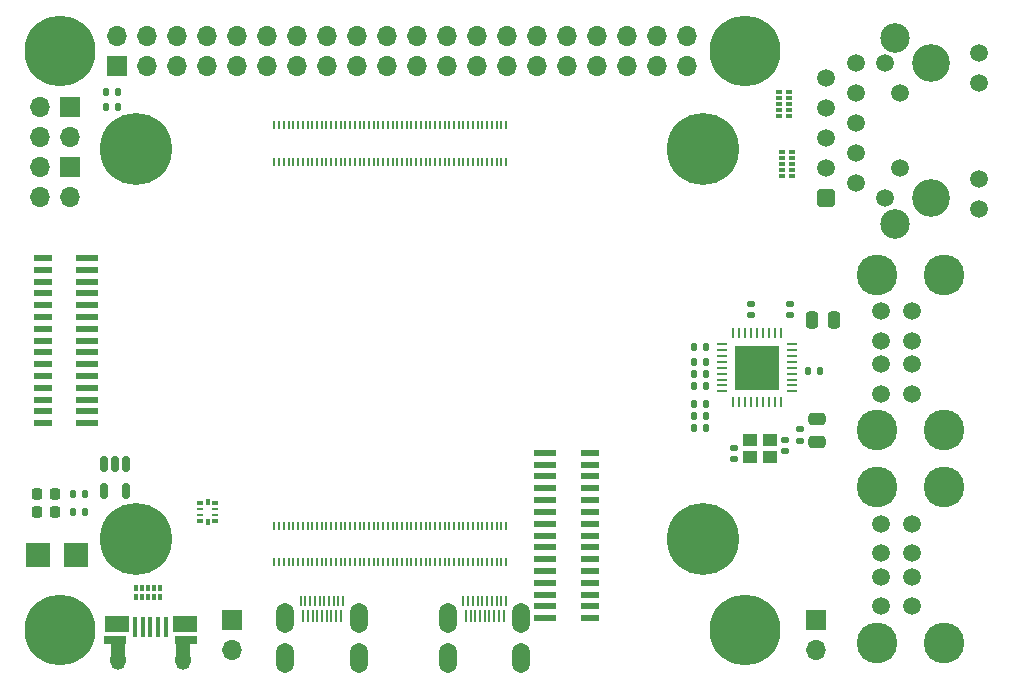
<source format=gts>
G04 #@! TF.GenerationSoftware,KiCad,Pcbnew,(6.0.2-0)*
G04 #@! TF.CreationDate,2022-04-26T16:32:33-05:00*
G04 #@! TF.ProjectId,Pi2CM4,50693243-4d34-42e6-9b69-6361645f7063,rev?*
G04 #@! TF.SameCoordinates,Original*
G04 #@! TF.FileFunction,Soldermask,Top*
G04 #@! TF.FilePolarity,Negative*
%FSLAX46Y46*%
G04 Gerber Fmt 4.6, Leading zero omitted, Abs format (unit mm)*
G04 Created by KiCad (PCBNEW (6.0.2-0)) date 2022-04-26 16:32:33*
%MOMM*%
%LPD*%
G01*
G04 APERTURE LIST*
G04 Aperture macros list*
%AMRoundRect*
0 Rectangle with rounded corners*
0 $1 Rounding radius*
0 $2 $3 $4 $5 $6 $7 $8 $9 X,Y pos of 4 corners*
0 Add a 4 corners polygon primitive as box body*
4,1,4,$2,$3,$4,$5,$6,$7,$8,$9,$2,$3,0*
0 Add four circle primitives for the rounded corners*
1,1,$1+$1,$2,$3*
1,1,$1+$1,$4,$5*
1,1,$1+$1,$6,$7*
1,1,$1+$1,$8,$9*
0 Add four rect primitives between the rounded corners*
20,1,$1+$1,$2,$3,$4,$5,0*
20,1,$1+$1,$4,$5,$6,$7,0*
20,1,$1+$1,$6,$7,$8,$9,0*
20,1,$1+$1,$8,$9,$2,$3,0*%
G04 Aperture macros list end*
%ADD10RoundRect,0.150000X-0.150000X0.512500X-0.150000X-0.512500X0.150000X-0.512500X0.150000X0.512500X0*%
%ADD11RoundRect,0.135000X0.185000X-0.135000X0.185000X0.135000X-0.185000X0.135000X-0.185000X-0.135000X0*%
%ADD12R,1.850000X0.600000*%
%ADD13R,1.650000X0.600000*%
%ADD14RoundRect,0.135000X-0.135000X-0.185000X0.135000X-0.185000X0.135000X0.185000X-0.135000X0.185000X0*%
%ADD15RoundRect,0.140000X0.170000X-0.140000X0.170000X0.140000X-0.170000X0.140000X-0.170000X-0.140000X0*%
%ADD16R,0.230000X0.850000*%
%ADD17R,0.230000X1.000000*%
%ADD18O,1.500000X2.550000*%
%ADD19RoundRect,0.140000X0.140000X0.170000X-0.140000X0.170000X-0.140000X-0.170000X0.140000X-0.170000X0*%
%ADD20RoundRect,0.135000X0.135000X0.185000X-0.135000X0.185000X-0.135000X-0.185000X0.135000X-0.185000X0*%
%ADD21R,0.575000X0.300000*%
%ADD22R,0.575000X0.250000*%
%ADD23R,0.350000X0.630000*%
%ADD24R,2.000000X2.000000*%
%ADD25C,6.000000*%
%ADD26C,3.200000*%
%ADD27RoundRect,0.250500X0.499500X-0.499500X0.499500X0.499500X-0.499500X0.499500X-0.499500X-0.499500X0*%
%ADD28C,1.500000*%
%ADD29C,2.500000*%
%ADD30R,0.300000X0.550000*%
%ADD31R,0.400000X0.550000*%
%ADD32R,1.150000X1.000000*%
%ADD33R,0.550000X0.300000*%
%ADD34R,0.550000X0.400000*%
%ADD35C,3.450000*%
%ADD36RoundRect,0.140000X-0.140000X-0.170000X0.140000X-0.170000X0.140000X0.170000X-0.140000X0.170000X0*%
%ADD37R,1.700000X1.700000*%
%ADD38O,1.700000X1.700000*%
%ADD39C,6.100000*%
%ADD40R,0.200000X0.700000*%
%ADD41RoundRect,0.250000X-0.475000X0.250000X-0.475000X-0.250000X0.475000X-0.250000X0.475000X0.250000X0*%
%ADD42RoundRect,0.218750X0.218750X0.256250X-0.218750X0.256250X-0.218750X-0.256250X0.218750X-0.256250X0*%
%ADD43R,0.400000X1.750000*%
%ADD44R,2.000000X1.400000*%
%ADD45O,1.300000X1.700000*%
%ADD46O,1.000000X1.400000*%
%ADD47R,1.300000X2.000000*%
%ADD48R,1.825000X0.700000*%
%ADD49RoundRect,0.062500X0.350000X0.062500X-0.350000X0.062500X-0.350000X-0.062500X0.350000X-0.062500X0*%
%ADD50RoundRect,0.062500X0.062500X0.350000X-0.062500X0.350000X-0.062500X-0.350000X0.062500X-0.350000X0*%
%ADD51R,3.700000X3.700000*%
%ADD52RoundRect,0.140000X-0.170000X0.140000X-0.170000X-0.140000X0.170000X-0.140000X0.170000X0.140000X0*%
%ADD53RoundRect,0.250000X-0.250000X-0.475000X0.250000X-0.475000X0.250000X0.475000X-0.250000X0.475000X0*%
G04 APERTURE END LIST*
D10*
X29144000Y-58425500D03*
X28194000Y-58425500D03*
X27244000Y-58425500D03*
X27244000Y-60700500D03*
X29144000Y-60700500D03*
D11*
X86233000Y-56517000D03*
X86233000Y-55497000D03*
D12*
X25859994Y-40999994D03*
X25859994Y-41999994D03*
X25859994Y-42999994D03*
X25859994Y-43999994D03*
X25859994Y-44999994D03*
X25859994Y-45999994D03*
X25859994Y-46999994D03*
X25859994Y-47999994D03*
X25859994Y-48999994D03*
X25859994Y-49999994D03*
X25859994Y-50999994D03*
X25859994Y-51999994D03*
X25859994Y-52999994D03*
X25859994Y-53999994D03*
X25859994Y-54999994D03*
D13*
X22109994Y-54999994D03*
X22109994Y-53999994D03*
X22109994Y-52999994D03*
X22109994Y-51999994D03*
X22109994Y-50999994D03*
X22109994Y-49999994D03*
X22109994Y-48999994D03*
X22109994Y-47999994D03*
X22109994Y-46999994D03*
X22109994Y-45999994D03*
X22109994Y-44999994D03*
X22109994Y-43999994D03*
X22109994Y-42999994D03*
X22109994Y-41999994D03*
X22109994Y-40999994D03*
D14*
X24634000Y-60960000D03*
X25654000Y-60960000D03*
D15*
X80645000Y-58011000D03*
X80645000Y-57051000D03*
D16*
X61300000Y-70055000D03*
D17*
X61100000Y-71280000D03*
D16*
X60900000Y-70055000D03*
D17*
X60700000Y-71280000D03*
D16*
X60500000Y-70055000D03*
D17*
X60300000Y-71280000D03*
D16*
X60100000Y-70055000D03*
D17*
X59900000Y-71280000D03*
D16*
X59700000Y-70055000D03*
D17*
X59500000Y-71280000D03*
D16*
X59300000Y-70055000D03*
D17*
X59100000Y-71280000D03*
D16*
X58900000Y-70055000D03*
D17*
X58700000Y-71280000D03*
D16*
X58500000Y-70055000D03*
D17*
X58300000Y-71280000D03*
D16*
X58100000Y-70055000D03*
D17*
X57900000Y-71280000D03*
D16*
X57700000Y-70055000D03*
D18*
X62600000Y-71470000D03*
X62600000Y-74830000D03*
X56400000Y-71470000D03*
X56400000Y-74830000D03*
D19*
X78204000Y-55372000D03*
X77244000Y-55372000D03*
D20*
X78234000Y-48514000D03*
X77214000Y-48514000D03*
D21*
X36705500Y-63234000D03*
D22*
X36705500Y-62734000D03*
X36705500Y-62234000D03*
D21*
X36705500Y-61734000D03*
D23*
X36068000Y-61624000D03*
D21*
X35430500Y-61734000D03*
D22*
X35430500Y-62234000D03*
X35430500Y-62734000D03*
D21*
X35430500Y-63234000D03*
D23*
X36068000Y-63344000D03*
D24*
X24892000Y-66167000D03*
D15*
X82042000Y-45819000D03*
X82042000Y-44859000D03*
D25*
X81500000Y-23500000D03*
D12*
X64640000Y-71500000D03*
X64640000Y-70500000D03*
X64640000Y-69500000D03*
X64640000Y-68500000D03*
X64640000Y-67500000D03*
X64640000Y-66500000D03*
X64640000Y-65500000D03*
X64640000Y-64500000D03*
X64640000Y-63500000D03*
X64640000Y-62500000D03*
X64640000Y-61500000D03*
X64640000Y-60500000D03*
X64640000Y-59500000D03*
X64640000Y-58500000D03*
X64640000Y-57500000D03*
D13*
X68390000Y-57500000D03*
X68390000Y-58500000D03*
X68390000Y-59500000D03*
X68390000Y-60500000D03*
X68390000Y-61500000D03*
X68390000Y-62500000D03*
X68390000Y-63500000D03*
X68390000Y-64500000D03*
X68390000Y-65500000D03*
X68390000Y-66500000D03*
X68390000Y-67500000D03*
X68390000Y-68500000D03*
X68390000Y-69500000D03*
X68390000Y-70500000D03*
X68390000Y-71500000D03*
D19*
X78204000Y-53340000D03*
X77244000Y-53340000D03*
D20*
X78234000Y-50800000D03*
X77214000Y-50800000D03*
D26*
X97250000Y-24535000D03*
X97250000Y-35965000D03*
D27*
X88360000Y-35965000D03*
D28*
X90900000Y-34695000D03*
X88360000Y-33425000D03*
X90900000Y-32155000D03*
X88360000Y-30885000D03*
X90900000Y-29615000D03*
X88360000Y-28345000D03*
X90900000Y-27075000D03*
X88360000Y-25805000D03*
X90900000Y-24535000D03*
X93420000Y-35965000D03*
X94690000Y-33425000D03*
X94690000Y-27075000D03*
X93420000Y-24535000D03*
X101310000Y-36880000D03*
X101310000Y-34340000D03*
X101310000Y-26160000D03*
X101310000Y-23620000D03*
D29*
X94200000Y-38125000D03*
X94200000Y-22375000D03*
D30*
X29988000Y-69727000D03*
X30488000Y-69727000D03*
D31*
X30988000Y-69727000D03*
D30*
X31488000Y-69727000D03*
X31988000Y-69727000D03*
X31988000Y-68957000D03*
X31488000Y-68957000D03*
D31*
X30988000Y-68957000D03*
D30*
X30488000Y-68957000D03*
X29988000Y-68957000D03*
D19*
X78204000Y-49784000D03*
X77244000Y-49784000D03*
D32*
X83679000Y-56450000D03*
X81929000Y-56450000D03*
X81929000Y-57850000D03*
X83679000Y-57850000D03*
D20*
X78234000Y-51816000D03*
X77214000Y-51816000D03*
D24*
X21717000Y-66167000D03*
D33*
X84451000Y-26940000D03*
X84451000Y-27440000D03*
D34*
X84451000Y-27940000D03*
D33*
X84451000Y-28440000D03*
X84451000Y-28940000D03*
X85221000Y-28940000D03*
X85221000Y-28440000D03*
D34*
X85221000Y-27940000D03*
D33*
X85221000Y-27440000D03*
X85221000Y-26940000D03*
D25*
X81500000Y-72500000D03*
D35*
X92680000Y-42430000D03*
X92680000Y-55570000D03*
X98360000Y-42430000D03*
X98360000Y-55570000D03*
D28*
X95650000Y-45500000D03*
X95650000Y-48000000D03*
X95650000Y-50000000D03*
X95650000Y-52500000D03*
X93030000Y-45500000D03*
X93030000Y-48000000D03*
X93030000Y-50000000D03*
X93030000Y-52500000D03*
D36*
X86896000Y-50546000D03*
X87856000Y-50546000D03*
D25*
X23500000Y-72500000D03*
D28*
X93030000Y-70500000D03*
X93030000Y-68000000D03*
X93030000Y-66000000D03*
X93030000Y-63500000D03*
X95650000Y-70500000D03*
X95650000Y-68000000D03*
X95650000Y-66000000D03*
X95650000Y-63500000D03*
D35*
X98360000Y-73570000D03*
X98360000Y-60430000D03*
X92680000Y-73570000D03*
X92680000Y-60430000D03*
D14*
X24636000Y-62484000D03*
X25656000Y-62484000D03*
D16*
X47520000Y-70055000D03*
D17*
X47320000Y-71280000D03*
D16*
X47120000Y-70055000D03*
D17*
X46920000Y-71280000D03*
D16*
X46720000Y-70055000D03*
D17*
X46520000Y-71280000D03*
D16*
X46320000Y-70055000D03*
D17*
X46120000Y-71280000D03*
D16*
X45920000Y-70055000D03*
D17*
X45720000Y-71280000D03*
D16*
X45520000Y-70055000D03*
D17*
X45320000Y-71280000D03*
D16*
X45120000Y-70055000D03*
D17*
X44920000Y-71280000D03*
D16*
X44720000Y-70055000D03*
D17*
X44520000Y-71280000D03*
D16*
X44320000Y-70055000D03*
D17*
X44120000Y-71280000D03*
D16*
X43920000Y-70055000D03*
D18*
X48820000Y-71470000D03*
X48820000Y-74830000D03*
X42620000Y-71470000D03*
X42620000Y-74830000D03*
D37*
X38100000Y-71623000D03*
D38*
X38100000Y-74163000D03*
D37*
X87528000Y-71628000D03*
D38*
X87528000Y-74168000D03*
D39*
X30000000Y-64760000D03*
X78000000Y-64760000D03*
X30000000Y-31760000D03*
X78000000Y-31760000D03*
D40*
X61300000Y-29760000D03*
X61300000Y-32840000D03*
X60900000Y-29760000D03*
X60900000Y-32840000D03*
X60500000Y-29760000D03*
X60500000Y-32840000D03*
X60100000Y-29760000D03*
X60100000Y-32840000D03*
X59700000Y-29760000D03*
X59700000Y-32840000D03*
X59300000Y-29760000D03*
X59300000Y-32840000D03*
X58900000Y-29760000D03*
X58900000Y-32840000D03*
X58500000Y-29760000D03*
X58500000Y-32840000D03*
X58100000Y-29760000D03*
X58100000Y-32840000D03*
X57700000Y-29760000D03*
X57700000Y-32840000D03*
X57300000Y-29760000D03*
X57300000Y-32840000D03*
X56900000Y-29760000D03*
X56900000Y-32840000D03*
X56500000Y-29760000D03*
X56500000Y-32840000D03*
X56100000Y-29760000D03*
X56100000Y-32840000D03*
X55700000Y-29760000D03*
X55700000Y-32840000D03*
X55300000Y-29760000D03*
X55300000Y-32840000D03*
X54900000Y-29760000D03*
X54900000Y-32840000D03*
X54500000Y-29760000D03*
X54500000Y-32840000D03*
X54100000Y-29760000D03*
X54100000Y-32840000D03*
X53700000Y-29760000D03*
X53700000Y-32840000D03*
X53300000Y-29760000D03*
X53300000Y-32840000D03*
X52900000Y-29760000D03*
X52900000Y-32840000D03*
X52500000Y-29760000D03*
X52500000Y-32840000D03*
X52100000Y-29760000D03*
X52100000Y-32840000D03*
X51700000Y-29760000D03*
X51700000Y-32840000D03*
X51300000Y-29760000D03*
X51300000Y-32840000D03*
X50900000Y-29760000D03*
X50900000Y-32840000D03*
X50500000Y-29760000D03*
X50500000Y-32840000D03*
X50100000Y-29760000D03*
X50100000Y-32840000D03*
X49700000Y-29760000D03*
X49700000Y-32840000D03*
X49300000Y-29760000D03*
X49300000Y-32840000D03*
X48900000Y-29760000D03*
X48900000Y-32840000D03*
X48500000Y-29760000D03*
X48500000Y-32840000D03*
X48100000Y-29760000D03*
X48100000Y-32840000D03*
X47700000Y-29760000D03*
X47700000Y-32840000D03*
X47300000Y-29760000D03*
X47300000Y-32840000D03*
X46900000Y-29760000D03*
X46900000Y-32840000D03*
X46500000Y-29760000D03*
X46500000Y-32840000D03*
X46100000Y-29760000D03*
X46100000Y-32840000D03*
X45700000Y-29760000D03*
X45700000Y-32840000D03*
X45300000Y-29760000D03*
X45300000Y-32840000D03*
X44900000Y-29760000D03*
X44900000Y-32840000D03*
X44500000Y-29760000D03*
X44500000Y-32840000D03*
X44100000Y-29760000D03*
X44100000Y-32840000D03*
X43700000Y-29760000D03*
X43700000Y-32840000D03*
X43300000Y-29760000D03*
X43300000Y-32840000D03*
X42900000Y-29760000D03*
X42900000Y-32840000D03*
X42500000Y-29760000D03*
X42500000Y-32840000D03*
X42100000Y-29760000D03*
X42100000Y-32840000D03*
X41700000Y-29760000D03*
X41700000Y-32840000D03*
X61300000Y-63680000D03*
X61300000Y-66760000D03*
X60900000Y-63680000D03*
X60900000Y-66760000D03*
X60500000Y-63680000D03*
X60500000Y-66760000D03*
X60100000Y-63680000D03*
X60100000Y-66760000D03*
X59700000Y-63680000D03*
X59700000Y-66760000D03*
X59300000Y-63680000D03*
X59300000Y-66760000D03*
X58900000Y-63680000D03*
X58900000Y-66760000D03*
X58500000Y-63680000D03*
X58500000Y-66760000D03*
X58100000Y-63680000D03*
X58100000Y-66760000D03*
X57700000Y-63680000D03*
X57700000Y-66760000D03*
X57300000Y-63680000D03*
X57300000Y-66760000D03*
X56900000Y-63680000D03*
X56900000Y-66760000D03*
X56500000Y-63680000D03*
X56500000Y-66760000D03*
X56100000Y-63680000D03*
X56100000Y-66760000D03*
X55700000Y-63680000D03*
X55700000Y-66760000D03*
X55300000Y-63680000D03*
X55300000Y-66760000D03*
X54900000Y-63680000D03*
X54900000Y-66760000D03*
X54500000Y-63680000D03*
X54500000Y-66760000D03*
X54100000Y-63680000D03*
X54100000Y-66760000D03*
X53700000Y-63680000D03*
X53700000Y-66760000D03*
X53300000Y-63680000D03*
X53300000Y-66760000D03*
X52900000Y-63680000D03*
X52900000Y-66760000D03*
X52500000Y-63680000D03*
X52500000Y-66760000D03*
X52100000Y-63680000D03*
X52100000Y-66760000D03*
X51700000Y-63680000D03*
X51700000Y-66760000D03*
X51300000Y-63680000D03*
X51300000Y-66760000D03*
X50900000Y-63680000D03*
X50900000Y-66760000D03*
X50500000Y-63680000D03*
X50500000Y-66760000D03*
X50100000Y-63680000D03*
X50100000Y-66760000D03*
X49700000Y-63680000D03*
X49700000Y-66760000D03*
X49300000Y-63680000D03*
X49300000Y-66760000D03*
X48900000Y-63680000D03*
X48900000Y-66760000D03*
X48500000Y-63680000D03*
X48500000Y-66760000D03*
X48100000Y-63680000D03*
X48100000Y-66760000D03*
X47700000Y-63680000D03*
X47700000Y-66760000D03*
X47300000Y-63680000D03*
X47300000Y-66760000D03*
X46900000Y-63680000D03*
X46900000Y-66760000D03*
X46500000Y-63680000D03*
X46500000Y-66760000D03*
X46100000Y-63680000D03*
X46100000Y-66760000D03*
X45700000Y-63680000D03*
X45700000Y-66760000D03*
X45300000Y-63680000D03*
X45300000Y-66760000D03*
X44900000Y-63680000D03*
X44900000Y-66760000D03*
X44500000Y-63680000D03*
X44500000Y-66760000D03*
X44100000Y-63680000D03*
X44100000Y-66760000D03*
X43700000Y-63680000D03*
X43700000Y-66760000D03*
X43300000Y-63680000D03*
X43300000Y-66760000D03*
X42900000Y-63680000D03*
X42900000Y-66760000D03*
X42500000Y-63680000D03*
X42500000Y-66760000D03*
X42100000Y-63680000D03*
X42100000Y-66760000D03*
X41700000Y-63680000D03*
X41700000Y-66760000D03*
D41*
X87630000Y-54676000D03*
X87630000Y-56576000D03*
D33*
X84705000Y-32020000D03*
X84705000Y-32520000D03*
D34*
X84705000Y-33020000D03*
D33*
X84705000Y-33520000D03*
X84705000Y-34020000D03*
X85475000Y-34020000D03*
X85475000Y-33520000D03*
D34*
X85475000Y-33020000D03*
D33*
X85475000Y-32520000D03*
X85475000Y-32020000D03*
D20*
X28450000Y-26924000D03*
X27430000Y-26924000D03*
D42*
X23139500Y-62484000D03*
X21564500Y-62484000D03*
D43*
X29899988Y-72210000D03*
X30549988Y-72210000D03*
X31199988Y-72210000D03*
X31849988Y-72210000D03*
X32499988Y-72210000D03*
D44*
X28349988Y-71970000D03*
D45*
X28474988Y-75030000D03*
D44*
X34099988Y-71970000D03*
D46*
X28774988Y-72000000D03*
D45*
X33924988Y-75030000D03*
D46*
X33624988Y-72000000D03*
D47*
X28474988Y-74100000D03*
D48*
X34187488Y-73330000D03*
X28212488Y-73330000D03*
D47*
X33924988Y-74100000D03*
D20*
X78234000Y-54356000D03*
X77214000Y-54356000D03*
X28448000Y-28192000D03*
X27428000Y-28192000D03*
D42*
X23139500Y-60960000D03*
X21564500Y-60960000D03*
D37*
X24404000Y-28214000D03*
D38*
X21864000Y-28214000D03*
X24404000Y-30754000D03*
X21864000Y-30754000D03*
D49*
X85487500Y-52292000D03*
X85487500Y-51792000D03*
X85487500Y-51292000D03*
X85487500Y-50792000D03*
X85487500Y-50292000D03*
X85487500Y-49792000D03*
X85487500Y-49292000D03*
X85487500Y-48792000D03*
X85487500Y-48292000D03*
D50*
X84550000Y-47354500D03*
X84050000Y-47354500D03*
X83550000Y-47354500D03*
X83050000Y-47354500D03*
X82550000Y-47354500D03*
X82050000Y-47354500D03*
X81550000Y-47354500D03*
X81050000Y-47354500D03*
X80550000Y-47354500D03*
D49*
X79612500Y-48292000D03*
X79612500Y-48792000D03*
X79612500Y-49292000D03*
X79612500Y-49792000D03*
X79612500Y-50292000D03*
X79612500Y-50792000D03*
X79612500Y-51292000D03*
X79612500Y-51792000D03*
X79612500Y-52292000D03*
D50*
X80550000Y-53229500D03*
X81050000Y-53229500D03*
X81550000Y-53229500D03*
X82050000Y-53229500D03*
X82550000Y-53229500D03*
X83050000Y-53229500D03*
X83550000Y-53229500D03*
X84050000Y-53229500D03*
X84550000Y-53229500D03*
D51*
X82550000Y-50292000D03*
D25*
X23500000Y-23500000D03*
D52*
X84963000Y-56416000D03*
X84963000Y-57376000D03*
D37*
X28369997Y-24770001D03*
D38*
X28369997Y-22230001D03*
X30909997Y-24770001D03*
X30909997Y-22230001D03*
X33449997Y-24770001D03*
X33449997Y-22230001D03*
X35989997Y-24770001D03*
X35989997Y-22230001D03*
X38529997Y-24770001D03*
X38529997Y-22230001D03*
X41069997Y-24770001D03*
X41069997Y-22230001D03*
X43609997Y-24770001D03*
X43609997Y-22230001D03*
X46149997Y-24770001D03*
X46149997Y-22230001D03*
X48689997Y-24770001D03*
X48689997Y-22230001D03*
X51229997Y-24770001D03*
X51229997Y-22230001D03*
X53769997Y-24770001D03*
X53769997Y-22230001D03*
X56309997Y-24770001D03*
X56309997Y-22230001D03*
X58849997Y-24770001D03*
X58849997Y-22230001D03*
X61389997Y-24770001D03*
X61389997Y-22230001D03*
X63929997Y-24770001D03*
X63929997Y-22230001D03*
X66469997Y-24770001D03*
X66469997Y-22230001D03*
X69009997Y-24770001D03*
X69009997Y-22230001D03*
X71549997Y-24770001D03*
X71549997Y-22230001D03*
X74089997Y-24770001D03*
X74089997Y-22230001D03*
X76629997Y-24770001D03*
X76629997Y-22230001D03*
D15*
X85344000Y-45819000D03*
X85344000Y-44859000D03*
D53*
X87188000Y-46228000D03*
X89088000Y-46228000D03*
D37*
X24404000Y-33294000D03*
D38*
X21864000Y-33294000D03*
X24404000Y-35834000D03*
X21864000Y-35834000D03*
M02*

</source>
